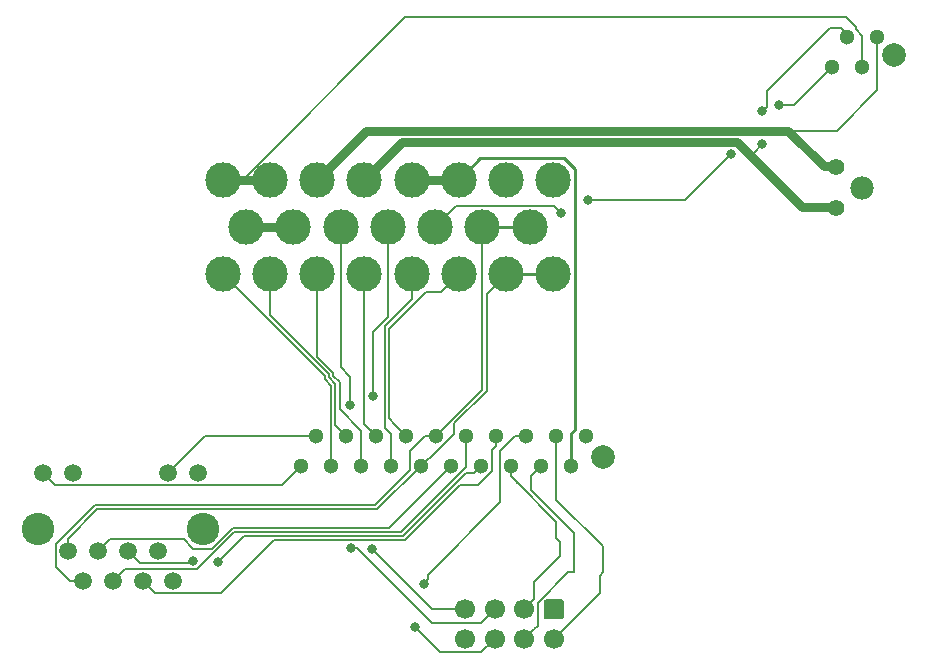
<source format=gtl>
G04 #@! TF.GenerationSoftware,KiCad,Pcbnew,5.0.2-bee76a0~70~ubuntu18.04.1*
G04 #@! TF.CreationDate,2019-02-09T12:58:29-05:00*
G04 #@! TF.ProjectId,interface,696e7465-7266-4616-9365-2e6b69636164,rev?*
G04 #@! TF.SameCoordinates,Original*
G04 #@! TF.FileFunction,Copper,L1,Top*
G04 #@! TF.FilePolarity,Positive*
%FSLAX46Y46*%
G04 Gerber Fmt 4.6, Leading zero omitted, Abs format (unit mm)*
G04 Created by KiCad (PCBNEW 5.0.2-bee76a0~70~ubuntu18.04.1) date Sat 09 Feb 2019 12:58:29 PM EST*
%MOMM*%
%LPD*%
G01*
G04 APERTURE LIST*
G04 #@! TA.AperFunction,ComponentPad*
%ADD10C,2.750000*%
G04 #@! TD*
G04 #@! TA.AperFunction,ComponentPad*
%ADD11C,1.500000*%
G04 #@! TD*
G04 #@! TA.AperFunction,ComponentPad*
%ADD12C,1.981000*%
G04 #@! TD*
G04 #@! TA.AperFunction,ComponentPad*
%ADD13C,1.397000*%
G04 #@! TD*
G04 #@! TA.AperFunction,ComponentPad*
%ADD14C,1.700000*%
G04 #@! TD*
G04 #@! TA.AperFunction,Conductor*
%ADD15C,0.076200*%
G04 #@! TD*
G04 #@! TA.AperFunction,ComponentPad*
%ADD16C,3.000000*%
G04 #@! TD*
G04 #@! TA.AperFunction,ComponentPad*
%ADD17C,2.000000*%
G04 #@! TD*
G04 #@! TA.AperFunction,ComponentPad*
%ADD18C,1.300000*%
G04 #@! TD*
G04 #@! TA.AperFunction,ViaPad*
%ADD19C,0.800000*%
G04 #@! TD*
G04 #@! TA.AperFunction,Conductor*
%ADD20C,0.762000*%
G04 #@! TD*
G04 #@! TA.AperFunction,Conductor*
%ADD21C,0.152400*%
G04 #@! TD*
G04 #@! TA.AperFunction,Conductor*
%ADD22C,0.254000*%
G04 #@! TD*
G04 APERTURE END LIST*
D10*
G04 #@! TO.P,U1,14*
G04 #@! TO.N,Net-(U1-Pad14)*
X33166000Y-112954000D03*
G04 #@! TO.P,U1,13*
G04 #@! TO.N,Net-(U1-Pad13)*
X19266000Y-112954000D03*
D11*
G04 #@! TO.P,U1,8*
G04 #@! TO.N,/GND*
X30656000Y-117374000D03*
G04 #@! TO.P,U1,6*
G04 #@! TO.N,/MOSI*
X28116000Y-117374000D03*
G04 #@! TO.P,U1,4*
G04 #@! TO.N,/SCK*
X25576000Y-117374000D03*
G04 #@! TO.P,U1,2*
G04 #@! TO.N,/CANH*
X23036000Y-117374000D03*
G04 #@! TO.P,U1,7*
G04 #@! TO.N,Net-(U1-Pad7)*
X29386000Y-114834000D03*
G04 #@! TO.P,U1,5*
G04 #@! TO.N,/MISO*
X26846000Y-114834000D03*
G04 #@! TO.P,U1,3*
G04 #@! TO.N,/RESET*
X24306000Y-114834000D03*
G04 #@! TO.P,U1,1*
G04 #@! TO.N,/CANL*
X21766000Y-114834000D03*
G04 #@! TO.P,U1,10*
G04 #@! TO.N,/LED1*
X30226000Y-108204000D03*
G04 #@! TO.P,U1,9*
G04 #@! TO.N,Net-(U1-Pad9)*
X32766000Y-108204000D03*
G04 #@! TO.P,U1,11*
G04 #@! TO.N,Net-(U1-Pad11)*
X22206000Y-108204000D03*
G04 #@! TO.P,U1,12*
G04 #@! TO.N,/LED2*
X19666000Y-108204000D03*
G04 #@! TD*
D12*
G04 #@! TO.P,J1,*
G04 #@! TO.N,*
X89034500Y-84046000D03*
D13*
G04 #@! TO.P,J1,1*
G04 #@! TO.N,/ESTOP->HVD*
X86804500Y-85796000D03*
G04 #@! TO.P,J1,2*
G04 #@! TO.N,/BOTS->ESTOP*
X86804500Y-82296000D03*
G04 #@! TD*
D14*
G04 #@! TO.P,J2,8*
G04 #@! TO.N,Net-(J2-Pad8)*
X55412000Y-122261000D03*
G04 #@! TO.P,J2,7*
G04 #@! TO.N,/Drive_Select-*
X57912000Y-122261000D03*
G04 #@! TO.P,J2,6*
G04 #@! TO.N,/Drive_Select_Sense*
X60412000Y-122261000D03*
G04 #@! TO.P,J2,5*
G04 #@! TO.N,/Drive_Select+*
X62912000Y-122261000D03*
G04 #@! TO.P,J2,4*
G04 #@! TO.N,/SCL*
X55412000Y-119761000D03*
G04 #@! TO.P,J2,3*
G04 #@! TO.N,/SDA*
X57912000Y-119761000D03*
G04 #@! TO.P,J2,2*
G04 #@! TO.N,/5V*
X60412000Y-119761000D03*
D15*
G04 #@! TD*
G04 #@! TO.N,/GND*
G04 #@! TO.C,J2*
G36*
X63536504Y-118912204D02*
X63560773Y-118915804D01*
X63584571Y-118921765D01*
X63607671Y-118930030D01*
X63629849Y-118940520D01*
X63650893Y-118953133D01*
X63670598Y-118967747D01*
X63688777Y-118984223D01*
X63705253Y-119002402D01*
X63719867Y-119022107D01*
X63732480Y-119043151D01*
X63742970Y-119065329D01*
X63751235Y-119088429D01*
X63757196Y-119112227D01*
X63760796Y-119136496D01*
X63762000Y-119161000D01*
X63762000Y-120361000D01*
X63760796Y-120385504D01*
X63757196Y-120409773D01*
X63751235Y-120433571D01*
X63742970Y-120456671D01*
X63732480Y-120478849D01*
X63719867Y-120499893D01*
X63705253Y-120519598D01*
X63688777Y-120537777D01*
X63670598Y-120554253D01*
X63650893Y-120568867D01*
X63629849Y-120581480D01*
X63607671Y-120591970D01*
X63584571Y-120600235D01*
X63560773Y-120606196D01*
X63536504Y-120609796D01*
X63512000Y-120611000D01*
X62312000Y-120611000D01*
X62287496Y-120609796D01*
X62263227Y-120606196D01*
X62239429Y-120600235D01*
X62216329Y-120591970D01*
X62194151Y-120581480D01*
X62173107Y-120568867D01*
X62153402Y-120554253D01*
X62135223Y-120537777D01*
X62118747Y-120519598D01*
X62104133Y-120499893D01*
X62091520Y-120478849D01*
X62081030Y-120456671D01*
X62072765Y-120433571D01*
X62066804Y-120409773D01*
X62063204Y-120385504D01*
X62062000Y-120361000D01*
X62062000Y-119161000D01*
X62063204Y-119136496D01*
X62066804Y-119112227D01*
X62072765Y-119088429D01*
X62081030Y-119065329D01*
X62091520Y-119043151D01*
X62104133Y-119022107D01*
X62118747Y-119002402D01*
X62135223Y-118984223D01*
X62153402Y-118967747D01*
X62173107Y-118953133D01*
X62194151Y-118940520D01*
X62216329Y-118930030D01*
X62239429Y-118921765D01*
X62263227Y-118915804D01*
X62287496Y-118912204D01*
X62312000Y-118911000D01*
X63512000Y-118911000D01*
X63536504Y-118912204D01*
X63536504Y-118912204D01*
G37*
D14*
G04 #@! TO.P,J2,1*
G04 #@! TO.N,/GND*
X62912000Y-119761000D03*
G04 #@! TD*
D16*
G04 #@! TO.P,J3,1*
G04 #@! TO.N,/GND*
X62863500Y-83376500D03*
G04 #@! TO.P,J3,9*
G04 #@! TO.N,/CANH*
X60863500Y-87376500D03*
G04 #@! TO.P,J3,16*
G04 #@! TO.N,/CANL*
X62863500Y-91376500D03*
G04 #@! TO.P,J3,2*
G04 #@! TO.N,/GND*
X58863500Y-83376500D03*
G04 #@! TO.P,J3,3*
G04 #@! TO.N,/12V*
X54863500Y-83376500D03*
G04 #@! TO.P,J3,5*
G04 #@! TO.N,/ESTOP->HVD*
X46863500Y-83376500D03*
G04 #@! TO.P,J3,4*
G04 #@! TO.N,/12V*
X50863500Y-83376500D03*
G04 #@! TO.P,J3,6*
G04 #@! TO.N,/BOTS->ESTOP*
X42863500Y-83376500D03*
G04 #@! TO.P,J3,7*
G04 #@! TO.N,/IS->BOTS*
X38863500Y-83376500D03*
G04 #@! TO.P,J3,8*
X34863500Y-83376500D03*
G04 #@! TO.P,J3,15*
G04 #@! TO.N,/BSPD->IS*
X36863500Y-87376500D03*
G04 #@! TO.P,J3,14*
X40863500Y-87376500D03*
G04 #@! TO.P,J3,12*
G04 #@! TO.N,/SCL*
X48863500Y-87376500D03*
G04 #@! TO.P,J3,13*
G04 #@! TO.N,/SDA*
X44863500Y-87376500D03*
G04 #@! TO.P,J3,11*
G04 #@! TO.N,/RTD_LSD_GND*
X52863500Y-87376500D03*
G04 #@! TO.P,J3,10*
G04 #@! TO.N,/CANH*
X56863500Y-87376500D03*
G04 #@! TO.P,J3,22*
G04 #@! TO.N,/Throttle2_Sense*
X38863500Y-91376500D03*
G04 #@! TO.P,J3,21*
G04 #@! TO.N,/Throttle2+*
X42863500Y-91376500D03*
G04 #@! TO.P,J3,20*
G04 #@! TO.N,/Throttle1-*
X46863500Y-91376500D03*
G04 #@! TO.P,J3,19*
G04 #@! TO.N,/Throttle1_Sense*
X50863500Y-91376500D03*
G04 #@! TO.P,J3,18*
G04 #@! TO.N,/Throttle1+*
X54863500Y-91376500D03*
G04 #@! TO.P,J3,17*
G04 #@! TO.N,/CANL*
X58863500Y-91376500D03*
G04 #@! TO.P,J3,23*
G04 #@! TO.N,/Throttle2-*
X34863500Y-91376500D03*
G04 #@! TD*
D17*
G04 #@! TO.P,J4,5*
G04 #@! TO.N,N/C*
X91697000Y-72810500D03*
D18*
G04 #@! TO.P,J4,4*
G04 #@! TO.N,/RTD_LSD_GND*
X86487000Y-73850500D03*
G04 #@! TO.P,J4,2*
G04 #@! TO.N,/IS->BOTS*
X89027000Y-73850500D03*
G04 #@! TO.P,J4,1*
G04 #@! TO.N,/BOTS->ESTOP*
X90297000Y-71310500D03*
G04 #@! TO.P,J4,3*
G04 #@! TO.N,/ESTOP->HVD*
X87757000Y-71310500D03*
G04 #@! TD*
G04 #@! TO.P,J5,5*
G04 #@! TO.N,/Drive_Select-*
X60579000Y-105048500D03*
G04 #@! TO.P,J5,3*
G04 #@! TO.N,/Drive_Select+*
X63119000Y-105048500D03*
G04 #@! TO.P,J5,1*
G04 #@! TO.N,/GND*
X65659000Y-105048500D03*
G04 #@! TO.P,J5,7*
G04 #@! TO.N,/MOSI*
X58039000Y-105048500D03*
G04 #@! TO.P,J5,2*
G04 #@! TO.N,/12V*
X64389000Y-107588500D03*
G04 #@! TO.P,J5,4*
G04 #@! TO.N,/Drive_Select_Sense*
X61849000Y-107588500D03*
G04 #@! TO.P,J5,6*
G04 #@! TO.N,/5V*
X59309000Y-107588500D03*
G04 #@! TO.P,J5,8*
G04 #@! TO.N,/MISO*
X56769000Y-107588500D03*
G04 #@! TO.P,J5,9*
G04 #@! TO.N,/SCK*
X55499000Y-105048500D03*
G04 #@! TO.P,J5,10*
G04 #@! TO.N,/RESET*
X54229000Y-107588500D03*
G04 #@! TO.P,J5,11*
G04 #@! TO.N,/CANH*
X52959000Y-105048500D03*
G04 #@! TO.P,J5,12*
G04 #@! TO.N,/CANL*
X51689000Y-107588500D03*
G04 #@! TO.P,J5,13*
G04 #@! TO.N,/Throttle1+*
X50419000Y-105048500D03*
G04 #@! TO.P,J5,14*
G04 #@! TO.N,/Throttle1_Sense*
X49149000Y-107588500D03*
G04 #@! TO.P,J5,15*
G04 #@! TO.N,/Throttle1-*
X47879000Y-105048500D03*
G04 #@! TO.P,J5,16*
G04 #@! TO.N,/Throttle2+*
X46609000Y-107588500D03*
G04 #@! TO.P,J5,17*
G04 #@! TO.N,/Throttle2_Sense*
X45339000Y-105048500D03*
G04 #@! TO.P,J5,18*
G04 #@! TO.N,/Throttle2-*
X44069000Y-107588500D03*
G04 #@! TO.P,J5,19*
G04 #@! TO.N,/LED1*
X42799000Y-105048500D03*
G04 #@! TO.P,J5,20*
G04 #@! TO.N,/LED2*
X41529000Y-107588500D03*
D17*
G04 #@! TO.P,J5,21*
G04 #@! TO.N,N/C*
X67059000Y-106848500D03*
G04 #@! TD*
D19*
G04 #@! TO.N,/ESTOP->HVD*
X80518000Y-80391000D03*
X80527937Y-77606937D03*
G04 #@! TO.N,/SDA*
X45656500Y-102489000D03*
X45720000Y-114591339D03*
G04 #@! TO.N,/SCL*
X47625000Y-101663500D03*
X47498000Y-114681000D03*
G04 #@! TO.N,/Drive_Select-*
X51117500Y-121221500D03*
X51879500Y-117602000D03*
G04 #@! TO.N,/RTD_LSD_GND*
X65786000Y-85090000D03*
X63500000Y-86169500D03*
X77909667Y-81181500D03*
X81978500Y-77089000D03*
G04 #@! TO.N,/MISO*
X32385000Y-115671599D03*
X34480500Y-115760500D03*
G04 #@! TD*
D20*
G04 #@! TO.N,/BOTS->ESTOP*
X44363499Y-81876501D02*
X42863500Y-83376500D01*
X47001510Y-79238490D02*
X44363499Y-81876501D01*
X86741000Y-82232500D02*
X85753172Y-82232500D01*
X85753172Y-82232500D02*
X82759162Y-79238490D01*
X82759162Y-79238490D02*
X80835500Y-79238490D01*
X80835500Y-79238490D02*
X47001510Y-79238490D01*
D21*
X90297000Y-75819000D02*
X90297000Y-71310500D01*
X80835500Y-79238490D02*
X86877510Y-79238490D01*
X86877510Y-79238490D02*
X90297000Y-75819000D01*
D20*
G04 #@! TO.N,/ESTOP->HVD*
X83935178Y-85732500D02*
X85753172Y-85732500D01*
X85753172Y-85732500D02*
X86741000Y-85732500D01*
X50039500Y-80200500D02*
X78403178Y-80200500D01*
X46863500Y-83376500D02*
X50039500Y-80200500D01*
D21*
X79819500Y-81089500D02*
X80518000Y-80391000D01*
X79819500Y-81616822D02*
X79819500Y-81089500D01*
D20*
X79819500Y-81616822D02*
X83935178Y-85732500D01*
X78403178Y-80200500D02*
X79819500Y-81616822D01*
D21*
X87376000Y-70929500D02*
X87757000Y-71310500D01*
X80927936Y-77206938D02*
X80927936Y-75871326D01*
X87376000Y-70675500D02*
X87376000Y-70929500D01*
X80927936Y-75871326D02*
X86266262Y-70533000D01*
X86266262Y-70533000D02*
X87233500Y-70533000D01*
X80527937Y-77606937D02*
X80927936Y-77206938D01*
X87233500Y-70533000D02*
X87376000Y-70675500D01*
G04 #@! TO.N,/5V*
X59309000Y-108507738D02*
X59309000Y-107588500D01*
X63136201Y-113726620D02*
X63136201Y-112334939D01*
X63136201Y-112334939D02*
X59690000Y-108888738D01*
X63460000Y-114050419D02*
X63136201Y-113726620D01*
X63460000Y-115252500D02*
X63460000Y-114050419D01*
X59833799Y-109032537D02*
X59690000Y-108888738D01*
X59690000Y-108888738D02*
X59309000Y-108507738D01*
X61261999Y-117450501D02*
X63460000Y-115252500D01*
X61261999Y-118911001D02*
X61261999Y-117450501D01*
X60412000Y-119761000D02*
X61261999Y-118911001D01*
G04 #@! TO.N,/SDA*
X45435000Y-102267500D02*
X45656500Y-102489000D01*
X44863500Y-87376500D02*
X44863500Y-99283000D01*
X45656500Y-100076000D02*
X44863500Y-99283000D01*
X45656500Y-102489000D02*
X45656500Y-100076000D01*
X46285685Y-114591339D02*
X45720000Y-114591339D01*
X56785799Y-120887201D02*
X52581547Y-120887201D01*
X52581547Y-120887201D02*
X46285685Y-114591339D01*
X57912000Y-119761000D02*
X56785799Y-120887201D01*
G04 #@! TO.N,/SCL*
X47625000Y-96237938D02*
X47625000Y-101663500D01*
X48863500Y-87376500D02*
X48863500Y-94999438D01*
X48863500Y-94999438D02*
X47625000Y-96237938D01*
X52578000Y-119761000D02*
X55412000Y-119761000D01*
X47498000Y-114681000D02*
X52578000Y-119761000D01*
G04 #@! TO.N,/Drive_Select+*
X63460000Y-105389500D02*
X63119000Y-105048500D01*
X67086210Y-116626290D02*
X66809999Y-116902501D01*
X67086210Y-114434534D02*
X67086210Y-116626290D01*
X63119000Y-110467324D02*
X67086210Y-114434534D01*
X63119000Y-105048500D02*
X63119000Y-110467324D01*
X66809999Y-118363001D02*
X66809999Y-116902501D01*
X62912000Y-122261000D02*
X66809999Y-118363001D01*
G04 #@! TO.N,/Drive_Select_Sense*
X60960000Y-108477500D02*
X61849000Y-107588500D01*
X64586201Y-113286557D02*
X64586201Y-116626299D01*
X60960000Y-109660356D02*
X64586201Y-113286557D01*
X60960000Y-108477500D02*
X60960000Y-109660356D01*
X61538201Y-121134799D02*
X61261999Y-121411001D01*
X61261999Y-121411001D02*
X60412000Y-122261000D01*
X61538201Y-119190623D02*
X61538201Y-121134799D01*
X64102525Y-116626299D02*
X61538201Y-119190623D01*
X64586201Y-116626299D02*
X64102525Y-116626299D01*
G04 #@! TO.N,/Drive_Select-*
X58382799Y-106325463D02*
X59659762Y-105048500D01*
X59659762Y-105048500D02*
X60579000Y-105048500D01*
X58382799Y-110711218D02*
X58382799Y-106325463D01*
X53283201Y-123387201D02*
X51117500Y-121221500D01*
X57912000Y-122261000D02*
X56785799Y-123387201D01*
X56785799Y-123387201D02*
X53283201Y-123387201D01*
X52279499Y-116814518D02*
X58382799Y-110711218D01*
X52279499Y-117202001D02*
X52279499Y-116814518D01*
X51879500Y-117602000D02*
X52279499Y-117202001D01*
G04 #@! TO.N,/Throttle2-*
X43497500Y-100010500D02*
X34863500Y-91376500D01*
X44069000Y-107588500D02*
X44069000Y-100836000D01*
X43497500Y-100264500D02*
X44069000Y-100836000D01*
X43497500Y-100010500D02*
X43497500Y-100264500D01*
G04 #@! TO.N,/CANL*
X54483000Y-104895278D02*
X54483000Y-104022882D01*
X52439777Y-106938501D02*
X54483000Y-104895278D01*
X51689000Y-107588500D02*
X52338999Y-106938501D01*
X52338999Y-106938501D02*
X52439777Y-106938501D01*
X47974701Y-111302799D02*
X51689000Y-107588500D01*
X24236541Y-111302799D02*
X47974701Y-111302799D01*
X21766000Y-114834000D02*
X21766000Y-113773340D01*
X21766000Y-113773340D02*
X24236541Y-111302799D01*
X57215910Y-101275028D02*
X57223382Y-101282500D01*
X57215910Y-93024090D02*
X57215910Y-101275028D01*
X54483000Y-104022882D02*
X57223382Y-101282500D01*
X58863500Y-91376500D02*
X57215910Y-93024090D01*
D22*
X60984820Y-91376500D02*
X62863500Y-91376500D01*
X58863500Y-91376500D02*
X60984820Y-91376500D01*
D21*
G04 #@! TO.N,/Throttle1+*
X48929910Y-96040590D02*
X48929910Y-103559410D01*
X48929910Y-103559410D02*
X49501410Y-104130910D01*
X54863500Y-91376500D02*
X53363501Y-92876499D01*
X49501410Y-104130910D02*
X50419000Y-105048500D01*
X52094001Y-92876499D02*
X48929910Y-96040590D01*
X53363501Y-92876499D02*
X52094001Y-92876499D01*
G04 #@! TO.N,/Throttle1_Sense*
X49149000Y-106669262D02*
X49149000Y-107588500D01*
X50863500Y-91376500D02*
X50863500Y-93497820D01*
X50863500Y-93497820D02*
X48577500Y-95783820D01*
X49149000Y-104947722D02*
X49149000Y-106669262D01*
X48577500Y-104376222D02*
X49149000Y-104947722D01*
X48577500Y-95783820D02*
X48577500Y-104376222D01*
G04 #@! TO.N,/Throttle1-*
X47435000Y-104604500D02*
X47879000Y-105048500D01*
X46863500Y-104033000D02*
X47879000Y-105048500D01*
X46863500Y-91376500D02*
X46863500Y-104033000D01*
G04 #@! TO.N,/Throttle2+*
X42863500Y-91376500D02*
X42863500Y-98379735D01*
X42863500Y-98379735D02*
X44202320Y-99718554D01*
X44773820Y-100544054D02*
X44773820Y-102812820D01*
X46609000Y-104648000D02*
X46609000Y-107588500D01*
X44773820Y-102812820D02*
X46609000Y-104648000D01*
X44202320Y-99972554D02*
X44773820Y-100544054D01*
X44202320Y-99718554D02*
X44202320Y-99972554D01*
G04 #@! TO.N,/Throttle2_Sense*
X38862000Y-93499320D02*
X38862000Y-94876618D01*
X38863500Y-91376500D02*
X38863500Y-93497820D01*
X38863500Y-93497820D02*
X38862000Y-93499320D01*
X38862000Y-94876618D02*
X43849910Y-99864527D01*
X44421410Y-104130910D02*
X45339000Y-105048500D01*
X44421410Y-100690027D02*
X44421410Y-104130910D01*
X43849910Y-100118527D02*
X44421410Y-100690027D01*
X43849910Y-99864527D02*
X43849910Y-100118527D01*
G04 #@! TO.N,/CANH*
X20739799Y-114261201D02*
X20739799Y-116138459D01*
X52959000Y-105048500D02*
X52039762Y-105048500D01*
X52039762Y-105048500D02*
X50762799Y-106325463D01*
X50762799Y-106325463D02*
X50762799Y-107987201D01*
X21975340Y-117374000D02*
X23036000Y-117374000D01*
X50762799Y-107987201D02*
X47799611Y-110950389D01*
X20739799Y-116138459D02*
X21975340Y-117374000D01*
X47799611Y-110950389D02*
X24050611Y-110950389D01*
X24050611Y-110950389D02*
X20739799Y-114261201D01*
X56863500Y-101144000D02*
X56832500Y-101175000D01*
X56863500Y-87376500D02*
X56863500Y-101144000D01*
X52959000Y-105048500D02*
X56832500Y-101175000D01*
D22*
X58984820Y-87376500D02*
X60863500Y-87376500D01*
X56863500Y-87376500D02*
X58984820Y-87376500D01*
D21*
G04 #@! TO.N,/RTD_LSD_GND*
X73898500Y-85090000D02*
X65786000Y-85090000D01*
X54363499Y-85876501D02*
X52863500Y-87376500D01*
X54639701Y-85600299D02*
X54363499Y-85876501D01*
X62930799Y-85600299D02*
X54639701Y-85600299D01*
X63500000Y-86169500D02*
X62930799Y-85600299D01*
X73898500Y-85090000D02*
X74001167Y-85090000D01*
X74001167Y-85090000D02*
X77909667Y-81181500D01*
X83248500Y-77089000D02*
X86487000Y-73850500D01*
X81978500Y-77089000D02*
X83248500Y-77089000D01*
D20*
G04 #@! TO.N,/BSPD->IS*
X36863500Y-87376500D02*
X40863500Y-87376500D01*
D21*
G04 #@! TO.N,/IS->BOTS*
X38863500Y-83561685D02*
X38863500Y-83376500D01*
X50345701Y-69606799D02*
X36576000Y-83376500D01*
X88455500Y-70432222D02*
X87630077Y-69606799D01*
X87630077Y-69606799D02*
X50345701Y-69606799D01*
D20*
X34863500Y-83376500D02*
X36576000Y-83376500D01*
X36576000Y-83376500D02*
X38863500Y-83376500D01*
D21*
X89027000Y-72931262D02*
X89027000Y-73850500D01*
X89027000Y-71209722D02*
X89027000Y-72931262D01*
X88455500Y-70638222D02*
X89027000Y-71209722D01*
X88455500Y-70432222D02*
X88455500Y-70638222D01*
D22*
G04 #@! TO.N,/12V*
X64389000Y-106669262D02*
X64389000Y-107588500D01*
X64389000Y-104872538D02*
X64389000Y-106669262D01*
X64690501Y-104571037D02*
X64677038Y-104584500D01*
X64677038Y-104584500D02*
X64389000Y-104872538D01*
X54863500Y-83376500D02*
X56690501Y-81549499D01*
X56690501Y-81549499D02*
X63740461Y-81549499D01*
X63740461Y-81549499D02*
X64690501Y-82499539D01*
X64690501Y-82499539D02*
X64690501Y-104571037D01*
D20*
X54863500Y-83376500D02*
X50863500Y-83376500D01*
D21*
G04 #@! TO.N,/MOSI*
X57695201Y-108033077D02*
X56489507Y-109238771D01*
X57695201Y-106311537D02*
X57695201Y-108033077D01*
X58039000Y-105048500D02*
X58039000Y-105967738D01*
X58039000Y-105967738D02*
X57695201Y-106311537D01*
X54946272Y-109238771D02*
X50269905Y-113915139D01*
X56489507Y-109238771D02*
X54946272Y-109238771D01*
X50269905Y-113915139D02*
X39246861Y-113915139D01*
X28865999Y-118123999D02*
X28116000Y-117374000D01*
X29142201Y-118400201D02*
X28865999Y-118123999D01*
X34761799Y-118400201D02*
X29142201Y-118400201D01*
X39246861Y-113915139D02*
X34761799Y-118400201D01*
G04 #@! TO.N,/MISO*
X56119001Y-108238499D02*
X55448161Y-108238499D01*
X56769000Y-107588500D02*
X56119001Y-108238499D01*
X55448161Y-108238499D02*
X50123932Y-113562729D01*
X32196398Y-115860201D02*
X32385000Y-115671599D01*
X26846000Y-114834000D02*
X27872201Y-115860201D01*
X27872201Y-115860201D02*
X32196398Y-115860201D01*
X34480500Y-115760500D02*
X36678271Y-113562729D01*
X36678271Y-113562729D02*
X50123932Y-113562729D01*
G04 #@! TO.N,/SCK*
X26325999Y-116624001D02*
X25576000Y-117374000D01*
X55499000Y-105048500D02*
X55499000Y-107689278D01*
X49977959Y-113210319D02*
X35851841Y-113210319D01*
X35851841Y-113210319D02*
X32714361Y-116347799D01*
X55499000Y-107689278D02*
X49977959Y-113210319D01*
X32714361Y-116347799D02*
X26602201Y-116347799D01*
X26602201Y-116347799D02*
X26325999Y-116624001D01*
G04 #@! TO.N,/RESET*
X53579001Y-108238499D02*
X54229000Y-107588500D01*
X25332201Y-113807799D02*
X31576021Y-113807799D01*
X31576021Y-113807799D02*
X32385722Y-114617500D01*
X24306000Y-114834000D02*
X25332201Y-113807799D01*
X48959591Y-112857909D02*
X53579001Y-108238499D01*
X32385722Y-114617500D02*
X33946278Y-114617500D01*
X35705869Y-112857909D02*
X48959591Y-112857909D01*
X33946278Y-114617500D02*
X35705869Y-112857909D01*
G04 #@! TO.N,/LED1*
X33381500Y-105048500D02*
X42799000Y-105048500D01*
X30226000Y-108204000D02*
X33381500Y-105048500D01*
G04 #@! TO.N,/LED2*
X40879001Y-108238499D02*
X41529000Y-107588500D01*
X39887299Y-109230201D02*
X40879001Y-108238499D01*
X20692201Y-109230201D02*
X39887299Y-109230201D01*
X19666000Y-108204000D02*
X20692201Y-109230201D01*
G04 #@! TD*
M02*

</source>
